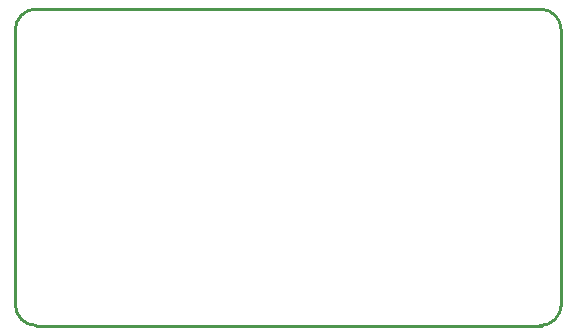
<source format=gm1>
G04*
G04 #@! TF.GenerationSoftware,Altium Limited,Altium Designer,21.6.1 (37)*
G04*
G04 Layer_Color=16711935*
%FSLAX25Y25*%
%MOIN*%
G70*
G04*
G04 #@! TF.SameCoordinates,071825C8-D767-4C1D-B5F0-F0FA3D86134F*
G04*
G04*
G04 #@! TF.FilePolarity,Positive*
G04*
G01*
G75*
%ADD13C,0.01000*%
D13*
X473500Y300500D02*
G03*
X480500Y293500I7000J0D01*
G01*
Y399000D02*
G03*
X473500Y392000I0J-7000D01*
G01*
X655500D02*
G03*
X648500Y399000I-7000J0D01*
G01*
Y293500D02*
G03*
X655500Y300500I0J7000D01*
G01*
Y300000D02*
Y392500D01*
X480500Y399000D02*
X649000D01*
X473500Y300500D02*
Y392000D01*
X480500Y293500D02*
X649000D01*
M02*

</source>
